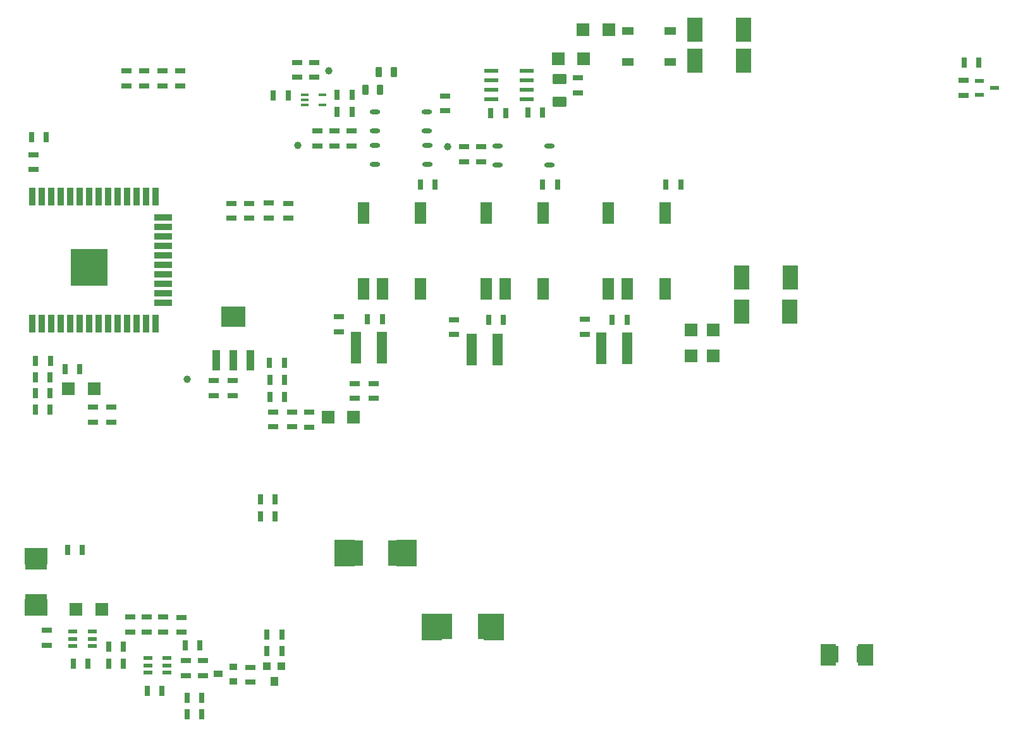
<source format=gtp>
G04*
G04 #@! TF.GenerationSoftware,Altium Limited,Altium Designer,22.5.1 (42)*
G04*
G04 Layer_Color=8421504*
%FSLAX44Y44*%
%MOMM*%
G71*
G04*
G04 #@! TF.SameCoordinates,325B58FB-DF44-4075-A057-A786A272C4E4*
G04*
G04*
G04 #@! TF.FilePolarity,Positive*
G04*
G01*
G75*
G04:AMPARAMS|DCode=22|XSize=1.3mm|YSize=0.8mm|CornerRadius=0.1mm|HoleSize=0mm|Usage=FLASHONLY|Rotation=90.000|XOffset=0mm|YOffset=0mm|HoleType=Round|Shape=RoundedRectangle|*
%AMROUNDEDRECTD22*
21,1,1.3000,0.6000,0,0,90.0*
21,1,1.1000,0.8000,0,0,90.0*
1,1,0.2000,0.3000,0.5500*
1,1,0.2000,0.3000,-0.5500*
1,1,0.2000,-0.3000,-0.5500*
1,1,0.2000,-0.3000,0.5500*
%
%ADD22ROUNDEDRECTD22*%
%ADD23R,0.9000X2.4000*%
%ADD24R,0.8000X1.4000*%
%ADD25R,1.4000X0.8000*%
%ADD26R,2.4000X3.4000*%
%ADD27R,1.4478X4.1910*%
%ADD28C,1.0000*%
%ADD29R,2.7000X3.6000*%
%ADD30R,3.0000X1.8000*%
%ADD31R,2.0200X2.9500*%
%ADD32R,1.5000X3.0000*%
%ADD33R,1.5600X2.2200*%
%ADD34R,2.0000X3.2000*%
%ADD35R,1.9812X0.5588*%
%ADD36O,1.4000X0.6000*%
%ADD37R,1.0500X0.4000*%
%ADD38R,1.2000X0.6000*%
%ADD39R,2.4000X0.9000*%
%ADD40R,5.0000X5.0000*%
%ADD41R,1.0000X2.7000*%
%ADD42R,3.3000X2.7000*%
G04:AMPARAMS|DCode=43|XSize=1.4mm|YSize=1.8mm|CornerRadius=0.14mm|HoleSize=0mm|Usage=FLASHONLY|Rotation=90.000|XOffset=0mm|YOffset=0mm|HoleType=Round|Shape=RoundedRectangle|*
%AMROUNDEDRECTD43*
21,1,1.4000,1.5200,0,0,90.0*
21,1,1.1200,1.8000,0,0,90.0*
1,1,0.2800,0.7600,0.5600*
1,1,0.2800,0.7600,-0.5600*
1,1,0.2800,-0.7600,-0.5600*
1,1,0.2800,-0.7600,0.5600*
%
%ADD43ROUNDEDRECTD43*%
G04:AMPARAMS|DCode=44|XSize=1.4mm|YSize=1.8mm|CornerRadius=0.14mm|HoleSize=0mm|Usage=FLASHONLY|Rotation=90.000|XOffset=0mm|YOffset=0mm|HoleType=Round|Shape=RoundedRectangle|*
%AMROUNDEDRECTD44*
21,1,1.4000,1.5200,0,0,90.0*
21,1,1.1200,1.8000,0,0,90.0*
1,1,0.2800,0.7600,0.5600*
1,1,0.2800,0.7600,-0.5600*
1,1,0.2800,-0.7600,-0.5600*
1,1,0.2800,-0.7600,0.5600*
%
%ADD44ROUNDEDRECTD44*%
%ADD45R,1.7780X1.7780*%
%ADD46R,1.7780X1.7780*%
%ADD47R,1.1684X0.5334*%
%ADD48R,1.0160X1.0160*%
%ADD49R,1.0160X1.2700*%
%ADD50R,1.0000X0.9144*%
%ADD51R,1.2700X0.9144*%
%ADD52R,1.5000X1.1000*%
%ADD53R,1.5240X1.1000*%
%ADD54R,3.1500X2.3000*%
G54D22*
X545940Y885444D02*
D03*
X525940D02*
D03*
X563974Y909828D02*
D03*
X543974D02*
D03*
G54D23*
X181356Y572770D02*
D03*
X168656D02*
D03*
X206756D02*
D03*
X232156Y742770D02*
D03*
X143256D02*
D03*
X168656D02*
D03*
X79756Y572770D02*
D03*
X92456D02*
D03*
X105156D02*
D03*
X117856D02*
D03*
X130556D02*
D03*
X143256D02*
D03*
X194056D02*
D03*
X219456D02*
D03*
X232156D02*
D03*
X244856D02*
D03*
Y742770D02*
D03*
X219456D02*
D03*
X206756D02*
D03*
X194056D02*
D03*
X181356D02*
D03*
X155956D02*
D03*
X130556D02*
D03*
X117856D02*
D03*
X105156D02*
D03*
X92456D02*
D03*
X79756D02*
D03*
X155956Y572770D02*
D03*
G54D24*
X394114Y156210D02*
D03*
X619600Y758698D02*
D03*
X599600D02*
D03*
X84488Y522732D02*
D03*
X104488D02*
D03*
X783430Y758952D02*
D03*
X763430D02*
D03*
X690786Y577850D02*
D03*
X710786D02*
D03*
X78900Y822452D02*
D03*
X98900D02*
D03*
X763364Y855228D02*
D03*
X743364D02*
D03*
X402846Y877682D02*
D03*
X422846D02*
D03*
X1327564Y922274D02*
D03*
X1347564D02*
D03*
X488343Y855772D02*
D03*
X508343D02*
D03*
X414114Y133604D02*
D03*
X394114D02*
D03*
X414114Y156210D02*
D03*
X284480Y141478D02*
D03*
X304480D02*
D03*
X134620Y117348D02*
D03*
X154620D02*
D03*
X385126Y336962D02*
D03*
X405126D02*
D03*
X287180Y71628D02*
D03*
X307180D02*
D03*
X385126Y314452D02*
D03*
X405126D02*
D03*
X307020Y49238D02*
D03*
X287020D02*
D03*
X693674Y854710D02*
D03*
X713674D02*
D03*
X488343Y879206D02*
D03*
X508343D02*
D03*
X233840Y80518D02*
D03*
X253840D02*
D03*
X123604Y511556D02*
D03*
X143604D02*
D03*
X181930Y140208D02*
D03*
X201930D02*
D03*
X181930Y117348D02*
D03*
X201930D02*
D03*
X103726Y500634D02*
D03*
X83726D02*
D03*
Y457200D02*
D03*
X103726D02*
D03*
Y479044D02*
D03*
X83726D02*
D03*
X127160Y269748D02*
D03*
X147160D02*
D03*
X528988Y578104D02*
D03*
X548988D02*
D03*
X417670Y519938D02*
D03*
X397670D02*
D03*
X417924Y497332D02*
D03*
X397924D02*
D03*
X417924Y474472D02*
D03*
X397924D02*
D03*
X948530Y758952D02*
D03*
X928530D02*
D03*
X856394Y577342D02*
D03*
X876394D02*
D03*
G54D25*
X462026Y810420D02*
D03*
Y830420D02*
D03*
X644652Y577944D02*
D03*
Y557944D02*
D03*
X657860Y809338D02*
D03*
Y789338D02*
D03*
X1327150Y878238D02*
D03*
Y898238D02*
D03*
X457410Y922424D02*
D03*
Y902424D02*
D03*
X632968Y857664D02*
D03*
Y877664D02*
D03*
X507492Y830420D02*
D03*
Y810420D02*
D03*
X346202Y713646D02*
D03*
Y733646D02*
D03*
X370586Y733552D02*
D03*
Y713552D02*
D03*
X396494Y714060D02*
D03*
Y734060D02*
D03*
X423164Y733552D02*
D03*
Y713552D02*
D03*
X279654Y179164D02*
D03*
Y159164D02*
D03*
X255524Y179238D02*
D03*
Y159238D02*
D03*
X211074Y179238D02*
D03*
Y159238D02*
D03*
X233276D02*
D03*
Y179238D02*
D03*
X205994Y890938D02*
D03*
Y910938D02*
D03*
X230124D02*
D03*
Y890938D02*
D03*
X254254D02*
D03*
Y910938D02*
D03*
X278384D02*
D03*
Y890938D02*
D03*
X372110Y112108D02*
D03*
Y92108D02*
D03*
X99060Y161638D02*
D03*
Y141638D02*
D03*
X810514Y901540D02*
D03*
Y881540D02*
D03*
X680974Y809338D02*
D03*
Y789338D02*
D03*
X434550Y922424D02*
D03*
Y902424D02*
D03*
X484632Y830420D02*
D03*
Y810420D02*
D03*
X285750Y100998D02*
D03*
Y120998D02*
D03*
X308610Y100998D02*
D03*
Y120998D02*
D03*
X161290Y460342D02*
D03*
Y440342D02*
D03*
X185420D02*
D03*
Y460342D02*
D03*
X490220Y581500D02*
D03*
Y561500D02*
D03*
X402590Y434246D02*
D03*
Y454246D02*
D03*
X427990Y434246D02*
D03*
Y454246D02*
D03*
X536702Y472346D02*
D03*
Y492346D02*
D03*
X450850Y433992D02*
D03*
Y453992D02*
D03*
X511556Y472346D02*
D03*
Y492346D02*
D03*
X322834Y475902D02*
D03*
Y495902D02*
D03*
X348234Y475902D02*
D03*
Y495902D02*
D03*
X81534Y778924D02*
D03*
Y798924D02*
D03*
X819912Y578452D02*
D03*
Y558452D02*
D03*
G54D26*
X630638Y166878D02*
D03*
X688638D02*
D03*
X568750Y265430D02*
D03*
X510750D02*
D03*
G54D27*
X668274Y537718D02*
D03*
X702818D02*
D03*
X548132Y540004D02*
D03*
X513588D02*
D03*
X841756Y539496D02*
D03*
X876300D02*
D03*
G54D28*
X435610Y811022D02*
D03*
X636016Y809498D02*
D03*
X477012Y910844D02*
D03*
X287020Y497586D02*
D03*
G54D29*
X497996Y265430D02*
D03*
X580996D02*
D03*
X615246Y166116D02*
D03*
X698246D02*
D03*
G54D30*
X84836Y201968D02*
D03*
Y251968D02*
D03*
G54D31*
X1145432Y128778D02*
D03*
X1195432D02*
D03*
G54D32*
X927692Y618744D02*
D03*
X851492D02*
D03*
X876892D02*
D03*
X927692Y720344D02*
D03*
X851492D02*
D03*
X763778Y618744D02*
D03*
X687578D02*
D03*
X712978D02*
D03*
X763778Y720344D02*
D03*
X687578D02*
D03*
X523748D02*
D03*
X599948D02*
D03*
X549148Y618744D02*
D03*
X523748D02*
D03*
X599948D02*
D03*
G54D33*
X1152002Y129540D02*
D03*
X1191402D02*
D03*
G54D34*
X966978Y924814D02*
D03*
X1031978D02*
D03*
X967244Y966216D02*
D03*
X1032244D02*
D03*
X1094728Y634238D02*
D03*
X1029728D02*
D03*
X1029474Y588772D02*
D03*
X1094474D02*
D03*
G54D35*
X694690Y873252D02*
D03*
Y885952D02*
D03*
Y898652D02*
D03*
Y911352D02*
D03*
X741934D02*
D03*
Y898652D02*
D03*
Y885952D02*
D03*
Y873252D02*
D03*
G54D36*
X702870Y810006D02*
D03*
Y784606D02*
D03*
X772870Y810006D02*
D03*
Y784606D02*
D03*
X538532Y856234D02*
D03*
Y830834D02*
D03*
X608532Y856234D02*
D03*
Y830834D02*
D03*
X609040Y785622D02*
D03*
Y811022D02*
D03*
X539040Y785622D02*
D03*
Y811022D02*
D03*
G54D37*
X468788Y878594D02*
D03*
Y865594D02*
D03*
X444788D02*
D03*
Y872094D02*
D03*
Y878594D02*
D03*
G54D38*
X260650Y124308D02*
D03*
Y114808D02*
D03*
Y105308D02*
D03*
X234650D02*
D03*
Y114808D02*
D03*
Y124308D02*
D03*
X160320Y159868D02*
D03*
Y150368D02*
D03*
Y140868D02*
D03*
X134320D02*
D03*
Y150368D02*
D03*
Y159868D02*
D03*
G54D39*
X254856Y600620D02*
D03*
Y613320D02*
D03*
Y626020D02*
D03*
Y638720D02*
D03*
Y651420D02*
D03*
Y664120D02*
D03*
Y676820D02*
D03*
Y689520D02*
D03*
Y702220D02*
D03*
Y714920D02*
D03*
G54D40*
X155856Y647770D02*
D03*
G54D41*
X326249Y522947D02*
D03*
X349249D02*
D03*
X372249D02*
D03*
G54D42*
X349249Y581947D02*
D03*
G54D43*
X786130Y869936D02*
D03*
G54D44*
Y899936D02*
D03*
G54D45*
X784098Y927608D02*
D03*
X818388D02*
D03*
X851916Y965962D02*
D03*
X817626D02*
D03*
X138430Y189484D02*
D03*
X172720D02*
D03*
X128524Y484886D02*
D03*
X162814D02*
D03*
X510032Y447548D02*
D03*
X475742D02*
D03*
G54D46*
X962152Y563880D02*
D03*
Y529590D02*
D03*
X992124Y563880D02*
D03*
Y529590D02*
D03*
G54D47*
X1368552Y888492D02*
D03*
X1348232Y878992D02*
D03*
Y897992D02*
D03*
G54D48*
X393954Y113792D02*
D03*
X413766D02*
D03*
G54D49*
X403860Y92964D02*
D03*
G54D50*
X349250Y112649D02*
D03*
Y93599D02*
D03*
G54D51*
X328930Y103251D02*
D03*
G54D52*
X934085Y923364D02*
D03*
X877085D02*
D03*
G54D53*
X934085Y964364D02*
D03*
X877085D02*
D03*
G54D54*
X85090Y192068D02*
D03*
Y261068D02*
D03*
M02*

</source>
